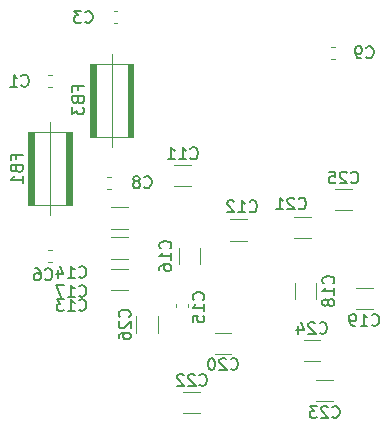
<source format=gbr>
%TF.GenerationSoftware,KiCad,Pcbnew,9.0.0*%
%TF.CreationDate,2025-03-16T19:50:11+02:00*%
%TF.ProjectId,TVP5147M1_decoder,54565035-3134-4374-9d31-5f6465636f64,rev?*%
%TF.SameCoordinates,Original*%
%TF.FileFunction,Legend,Bot*%
%TF.FilePolarity,Positive*%
%FSLAX46Y46*%
G04 Gerber Fmt 4.6, Leading zero omitted, Abs format (unit mm)*
G04 Created by KiCad (PCBNEW 9.0.0) date 2025-03-16 19:50:11*
%MOMM*%
%LPD*%
G01*
G04 APERTURE LIST*
%ADD10C,0.150000*%
%ADD11C,0.120000*%
%ADD12C,0.100000*%
G04 APERTURE END LIST*
D10*
X129642857Y-85159580D02*
X129690476Y-85207200D01*
X129690476Y-85207200D02*
X129833333Y-85254819D01*
X129833333Y-85254819D02*
X129928571Y-85254819D01*
X129928571Y-85254819D02*
X130071428Y-85207200D01*
X130071428Y-85207200D02*
X130166666Y-85111961D01*
X130166666Y-85111961D02*
X130214285Y-85016723D01*
X130214285Y-85016723D02*
X130261904Y-84826247D01*
X130261904Y-84826247D02*
X130261904Y-84683390D01*
X130261904Y-84683390D02*
X130214285Y-84492914D01*
X130214285Y-84492914D02*
X130166666Y-84397676D01*
X130166666Y-84397676D02*
X130071428Y-84302438D01*
X130071428Y-84302438D02*
X129928571Y-84254819D01*
X129928571Y-84254819D02*
X129833333Y-84254819D01*
X129833333Y-84254819D02*
X129690476Y-84302438D01*
X129690476Y-84302438D02*
X129642857Y-84350057D01*
X129261904Y-84350057D02*
X129214285Y-84302438D01*
X129214285Y-84302438D02*
X129119047Y-84254819D01*
X129119047Y-84254819D02*
X128880952Y-84254819D01*
X128880952Y-84254819D02*
X128785714Y-84302438D01*
X128785714Y-84302438D02*
X128738095Y-84350057D01*
X128738095Y-84350057D02*
X128690476Y-84445295D01*
X128690476Y-84445295D02*
X128690476Y-84540533D01*
X128690476Y-84540533D02*
X128738095Y-84683390D01*
X128738095Y-84683390D02*
X129309523Y-85254819D01*
X129309523Y-85254819D02*
X128690476Y-85254819D01*
X127738095Y-85254819D02*
X128309523Y-85254819D01*
X128023809Y-85254819D02*
X128023809Y-84254819D01*
X128023809Y-84254819D02*
X128119047Y-84397676D01*
X128119047Y-84397676D02*
X128214285Y-84492914D01*
X128214285Y-84492914D02*
X128309523Y-84540533D01*
X106166666Y-74759580D02*
X106214285Y-74807200D01*
X106214285Y-74807200D02*
X106357142Y-74854819D01*
X106357142Y-74854819D02*
X106452380Y-74854819D01*
X106452380Y-74854819D02*
X106595237Y-74807200D01*
X106595237Y-74807200D02*
X106690475Y-74711961D01*
X106690475Y-74711961D02*
X106738094Y-74616723D01*
X106738094Y-74616723D02*
X106785713Y-74426247D01*
X106785713Y-74426247D02*
X106785713Y-74283390D01*
X106785713Y-74283390D02*
X106738094Y-74092914D01*
X106738094Y-74092914D02*
X106690475Y-73997676D01*
X106690475Y-73997676D02*
X106595237Y-73902438D01*
X106595237Y-73902438D02*
X106452380Y-73854819D01*
X106452380Y-73854819D02*
X106357142Y-73854819D01*
X106357142Y-73854819D02*
X106214285Y-73902438D01*
X106214285Y-73902438D02*
X106166666Y-73950057D01*
X105214285Y-74854819D02*
X105785713Y-74854819D01*
X105499999Y-74854819D02*
X105499999Y-73854819D01*
X105499999Y-73854819D02*
X105595237Y-73997676D01*
X105595237Y-73997676D02*
X105690475Y-74092914D01*
X105690475Y-74092914D02*
X105785713Y-74140533D01*
X123880357Y-98759580D02*
X123927976Y-98807200D01*
X123927976Y-98807200D02*
X124070833Y-98854819D01*
X124070833Y-98854819D02*
X124166071Y-98854819D01*
X124166071Y-98854819D02*
X124308928Y-98807200D01*
X124308928Y-98807200D02*
X124404166Y-98711961D01*
X124404166Y-98711961D02*
X124451785Y-98616723D01*
X124451785Y-98616723D02*
X124499404Y-98426247D01*
X124499404Y-98426247D02*
X124499404Y-98283390D01*
X124499404Y-98283390D02*
X124451785Y-98092914D01*
X124451785Y-98092914D02*
X124404166Y-97997676D01*
X124404166Y-97997676D02*
X124308928Y-97902438D01*
X124308928Y-97902438D02*
X124166071Y-97854819D01*
X124166071Y-97854819D02*
X124070833Y-97854819D01*
X124070833Y-97854819D02*
X123927976Y-97902438D01*
X123927976Y-97902438D02*
X123880357Y-97950057D01*
X123499404Y-97950057D02*
X123451785Y-97902438D01*
X123451785Y-97902438D02*
X123356547Y-97854819D01*
X123356547Y-97854819D02*
X123118452Y-97854819D01*
X123118452Y-97854819D02*
X123023214Y-97902438D01*
X123023214Y-97902438D02*
X122975595Y-97950057D01*
X122975595Y-97950057D02*
X122927976Y-98045295D01*
X122927976Y-98045295D02*
X122927976Y-98140533D01*
X122927976Y-98140533D02*
X122975595Y-98283390D01*
X122975595Y-98283390D02*
X123547023Y-98854819D01*
X123547023Y-98854819D02*
X122927976Y-98854819D01*
X122308928Y-97854819D02*
X122213690Y-97854819D01*
X122213690Y-97854819D02*
X122118452Y-97902438D01*
X122118452Y-97902438D02*
X122070833Y-97950057D01*
X122070833Y-97950057D02*
X122023214Y-98045295D01*
X122023214Y-98045295D02*
X121975595Y-98235771D01*
X121975595Y-98235771D02*
X121975595Y-98473866D01*
X121975595Y-98473866D02*
X122023214Y-98664342D01*
X122023214Y-98664342D02*
X122070833Y-98759580D01*
X122070833Y-98759580D02*
X122118452Y-98807200D01*
X122118452Y-98807200D02*
X122213690Y-98854819D01*
X122213690Y-98854819D02*
X122308928Y-98854819D01*
X122308928Y-98854819D02*
X122404166Y-98807200D01*
X122404166Y-98807200D02*
X122451785Y-98759580D01*
X122451785Y-98759580D02*
X122499404Y-98664342D01*
X122499404Y-98664342D02*
X122547023Y-98473866D01*
X122547023Y-98473866D02*
X122547023Y-98235771D01*
X122547023Y-98235771D02*
X122499404Y-98045295D01*
X122499404Y-98045295D02*
X122451785Y-97950057D01*
X122451785Y-97950057D02*
X122404166Y-97902438D01*
X122404166Y-97902438D02*
X122308928Y-97854819D01*
X111042857Y-93759580D02*
X111090476Y-93807200D01*
X111090476Y-93807200D02*
X111233333Y-93854819D01*
X111233333Y-93854819D02*
X111328571Y-93854819D01*
X111328571Y-93854819D02*
X111471428Y-93807200D01*
X111471428Y-93807200D02*
X111566666Y-93711961D01*
X111566666Y-93711961D02*
X111614285Y-93616723D01*
X111614285Y-93616723D02*
X111661904Y-93426247D01*
X111661904Y-93426247D02*
X111661904Y-93283390D01*
X111661904Y-93283390D02*
X111614285Y-93092914D01*
X111614285Y-93092914D02*
X111566666Y-92997676D01*
X111566666Y-92997676D02*
X111471428Y-92902438D01*
X111471428Y-92902438D02*
X111328571Y-92854819D01*
X111328571Y-92854819D02*
X111233333Y-92854819D01*
X111233333Y-92854819D02*
X111090476Y-92902438D01*
X111090476Y-92902438D02*
X111042857Y-92950057D01*
X110090476Y-93854819D02*
X110661904Y-93854819D01*
X110376190Y-93854819D02*
X110376190Y-92854819D01*
X110376190Y-92854819D02*
X110471428Y-92997676D01*
X110471428Y-92997676D02*
X110566666Y-93092914D01*
X110566666Y-93092914D02*
X110661904Y-93140533D01*
X109757142Y-92854819D02*
X109138095Y-92854819D01*
X109138095Y-92854819D02*
X109471428Y-93235771D01*
X109471428Y-93235771D02*
X109328571Y-93235771D01*
X109328571Y-93235771D02*
X109233333Y-93283390D01*
X109233333Y-93283390D02*
X109185714Y-93331009D01*
X109185714Y-93331009D02*
X109138095Y-93426247D01*
X109138095Y-93426247D02*
X109138095Y-93664342D01*
X109138095Y-93664342D02*
X109185714Y-93759580D01*
X109185714Y-93759580D02*
X109233333Y-93807200D01*
X109233333Y-93807200D02*
X109328571Y-93854819D01*
X109328571Y-93854819D02*
X109614285Y-93854819D01*
X109614285Y-93854819D02*
X109709523Y-93807200D01*
X109709523Y-93807200D02*
X109757142Y-93759580D01*
X134080357Y-82959580D02*
X134127976Y-83007200D01*
X134127976Y-83007200D02*
X134270833Y-83054819D01*
X134270833Y-83054819D02*
X134366071Y-83054819D01*
X134366071Y-83054819D02*
X134508928Y-83007200D01*
X134508928Y-83007200D02*
X134604166Y-82911961D01*
X134604166Y-82911961D02*
X134651785Y-82816723D01*
X134651785Y-82816723D02*
X134699404Y-82626247D01*
X134699404Y-82626247D02*
X134699404Y-82483390D01*
X134699404Y-82483390D02*
X134651785Y-82292914D01*
X134651785Y-82292914D02*
X134604166Y-82197676D01*
X134604166Y-82197676D02*
X134508928Y-82102438D01*
X134508928Y-82102438D02*
X134366071Y-82054819D01*
X134366071Y-82054819D02*
X134270833Y-82054819D01*
X134270833Y-82054819D02*
X134127976Y-82102438D01*
X134127976Y-82102438D02*
X134080357Y-82150057D01*
X133699404Y-82150057D02*
X133651785Y-82102438D01*
X133651785Y-82102438D02*
X133556547Y-82054819D01*
X133556547Y-82054819D02*
X133318452Y-82054819D01*
X133318452Y-82054819D02*
X133223214Y-82102438D01*
X133223214Y-82102438D02*
X133175595Y-82150057D01*
X133175595Y-82150057D02*
X133127976Y-82245295D01*
X133127976Y-82245295D02*
X133127976Y-82340533D01*
X133127976Y-82340533D02*
X133175595Y-82483390D01*
X133175595Y-82483390D02*
X133747023Y-83054819D01*
X133747023Y-83054819D02*
X133127976Y-83054819D01*
X132223214Y-82054819D02*
X132699404Y-82054819D01*
X132699404Y-82054819D02*
X132747023Y-82531009D01*
X132747023Y-82531009D02*
X132699404Y-82483390D01*
X132699404Y-82483390D02*
X132604166Y-82435771D01*
X132604166Y-82435771D02*
X132366071Y-82435771D01*
X132366071Y-82435771D02*
X132270833Y-82483390D01*
X132270833Y-82483390D02*
X132223214Y-82531009D01*
X132223214Y-82531009D02*
X132175595Y-82626247D01*
X132175595Y-82626247D02*
X132175595Y-82864342D01*
X132175595Y-82864342D02*
X132223214Y-82959580D01*
X132223214Y-82959580D02*
X132270833Y-83007200D01*
X132270833Y-83007200D02*
X132366071Y-83054819D01*
X132366071Y-83054819D02*
X132604166Y-83054819D01*
X132604166Y-83054819D02*
X132699404Y-83007200D01*
X132699404Y-83007200D02*
X132747023Y-82959580D01*
X111566666Y-69359580D02*
X111614285Y-69407200D01*
X111614285Y-69407200D02*
X111757142Y-69454819D01*
X111757142Y-69454819D02*
X111852380Y-69454819D01*
X111852380Y-69454819D02*
X111995237Y-69407200D01*
X111995237Y-69407200D02*
X112090475Y-69311961D01*
X112090475Y-69311961D02*
X112138094Y-69216723D01*
X112138094Y-69216723D02*
X112185713Y-69026247D01*
X112185713Y-69026247D02*
X112185713Y-68883390D01*
X112185713Y-68883390D02*
X112138094Y-68692914D01*
X112138094Y-68692914D02*
X112090475Y-68597676D01*
X112090475Y-68597676D02*
X111995237Y-68502438D01*
X111995237Y-68502438D02*
X111852380Y-68454819D01*
X111852380Y-68454819D02*
X111757142Y-68454819D01*
X111757142Y-68454819D02*
X111614285Y-68502438D01*
X111614285Y-68502438D02*
X111566666Y-68550057D01*
X111233332Y-68454819D02*
X110614285Y-68454819D01*
X110614285Y-68454819D02*
X110947618Y-68835771D01*
X110947618Y-68835771D02*
X110804761Y-68835771D01*
X110804761Y-68835771D02*
X110709523Y-68883390D01*
X110709523Y-68883390D02*
X110661904Y-68931009D01*
X110661904Y-68931009D02*
X110614285Y-69026247D01*
X110614285Y-69026247D02*
X110614285Y-69264342D01*
X110614285Y-69264342D02*
X110661904Y-69359580D01*
X110661904Y-69359580D02*
X110709523Y-69407200D01*
X110709523Y-69407200D02*
X110804761Y-69454819D01*
X110804761Y-69454819D02*
X111090475Y-69454819D01*
X111090475Y-69454819D02*
X111185713Y-69407200D01*
X111185713Y-69407200D02*
X111233332Y-69359580D01*
X110937009Y-75166666D02*
X110937009Y-74833333D01*
X111460819Y-74833333D02*
X110460819Y-74833333D01*
X110460819Y-74833333D02*
X110460819Y-75309523D01*
X110937009Y-76023809D02*
X110984628Y-76166666D01*
X110984628Y-76166666D02*
X111032247Y-76214285D01*
X111032247Y-76214285D02*
X111127485Y-76261904D01*
X111127485Y-76261904D02*
X111270342Y-76261904D01*
X111270342Y-76261904D02*
X111365580Y-76214285D01*
X111365580Y-76214285D02*
X111413200Y-76166666D01*
X111413200Y-76166666D02*
X111460819Y-76071428D01*
X111460819Y-76071428D02*
X111460819Y-75690476D01*
X111460819Y-75690476D02*
X110460819Y-75690476D01*
X110460819Y-75690476D02*
X110460819Y-76023809D01*
X110460819Y-76023809D02*
X110508438Y-76119047D01*
X110508438Y-76119047D02*
X110556057Y-76166666D01*
X110556057Y-76166666D02*
X110651295Y-76214285D01*
X110651295Y-76214285D02*
X110746533Y-76214285D01*
X110746533Y-76214285D02*
X110841771Y-76166666D01*
X110841771Y-76166666D02*
X110889390Y-76119047D01*
X110889390Y-76119047D02*
X110937009Y-76023809D01*
X110937009Y-76023809D02*
X110937009Y-75690476D01*
X110460819Y-76595238D02*
X110460819Y-77214285D01*
X110460819Y-77214285D02*
X110841771Y-76880952D01*
X110841771Y-76880952D02*
X110841771Y-77023809D01*
X110841771Y-77023809D02*
X110889390Y-77119047D01*
X110889390Y-77119047D02*
X110937009Y-77166666D01*
X110937009Y-77166666D02*
X111032247Y-77214285D01*
X111032247Y-77214285D02*
X111270342Y-77214285D01*
X111270342Y-77214285D02*
X111365580Y-77166666D01*
X111365580Y-77166666D02*
X111413200Y-77119047D01*
X111413200Y-77119047D02*
X111460819Y-77023809D01*
X111460819Y-77023809D02*
X111460819Y-76738095D01*
X111460819Y-76738095D02*
X111413200Y-76642857D01*
X111413200Y-76642857D02*
X111365580Y-76595238D01*
X115309580Y-94357142D02*
X115357200Y-94309523D01*
X115357200Y-94309523D02*
X115404819Y-94166666D01*
X115404819Y-94166666D02*
X115404819Y-94071428D01*
X115404819Y-94071428D02*
X115357200Y-93928571D01*
X115357200Y-93928571D02*
X115261961Y-93833333D01*
X115261961Y-93833333D02*
X115166723Y-93785714D01*
X115166723Y-93785714D02*
X114976247Y-93738095D01*
X114976247Y-93738095D02*
X114833390Y-93738095D01*
X114833390Y-93738095D02*
X114642914Y-93785714D01*
X114642914Y-93785714D02*
X114547676Y-93833333D01*
X114547676Y-93833333D02*
X114452438Y-93928571D01*
X114452438Y-93928571D02*
X114404819Y-94071428D01*
X114404819Y-94071428D02*
X114404819Y-94166666D01*
X114404819Y-94166666D02*
X114452438Y-94309523D01*
X114452438Y-94309523D02*
X114500057Y-94357142D01*
X114500057Y-94738095D02*
X114452438Y-94785714D01*
X114452438Y-94785714D02*
X114404819Y-94880952D01*
X114404819Y-94880952D02*
X114404819Y-95119047D01*
X114404819Y-95119047D02*
X114452438Y-95214285D01*
X114452438Y-95214285D02*
X114500057Y-95261904D01*
X114500057Y-95261904D02*
X114595295Y-95309523D01*
X114595295Y-95309523D02*
X114690533Y-95309523D01*
X114690533Y-95309523D02*
X114833390Y-95261904D01*
X114833390Y-95261904D02*
X115404819Y-94690476D01*
X115404819Y-94690476D02*
X115404819Y-95309523D01*
X114404819Y-96166666D02*
X114404819Y-95976190D01*
X114404819Y-95976190D02*
X114452438Y-95880952D01*
X114452438Y-95880952D02*
X114500057Y-95833333D01*
X114500057Y-95833333D02*
X114642914Y-95738095D01*
X114642914Y-95738095D02*
X114833390Y-95690476D01*
X114833390Y-95690476D02*
X115214342Y-95690476D01*
X115214342Y-95690476D02*
X115309580Y-95738095D01*
X115309580Y-95738095D02*
X115357200Y-95785714D01*
X115357200Y-95785714D02*
X115404819Y-95880952D01*
X115404819Y-95880952D02*
X115404819Y-96071428D01*
X115404819Y-96071428D02*
X115357200Y-96166666D01*
X115357200Y-96166666D02*
X115309580Y-96214285D01*
X115309580Y-96214285D02*
X115214342Y-96261904D01*
X115214342Y-96261904D02*
X114976247Y-96261904D01*
X114976247Y-96261904D02*
X114881009Y-96214285D01*
X114881009Y-96214285D02*
X114833390Y-96166666D01*
X114833390Y-96166666D02*
X114785771Y-96071428D01*
X114785771Y-96071428D02*
X114785771Y-95880952D01*
X114785771Y-95880952D02*
X114833390Y-95785714D01*
X114833390Y-95785714D02*
X114881009Y-95738095D01*
X114881009Y-95738095D02*
X114976247Y-95690476D01*
X120480357Y-80909580D02*
X120527976Y-80957200D01*
X120527976Y-80957200D02*
X120670833Y-81004819D01*
X120670833Y-81004819D02*
X120766071Y-81004819D01*
X120766071Y-81004819D02*
X120908928Y-80957200D01*
X120908928Y-80957200D02*
X121004166Y-80861961D01*
X121004166Y-80861961D02*
X121051785Y-80766723D01*
X121051785Y-80766723D02*
X121099404Y-80576247D01*
X121099404Y-80576247D02*
X121099404Y-80433390D01*
X121099404Y-80433390D02*
X121051785Y-80242914D01*
X121051785Y-80242914D02*
X121004166Y-80147676D01*
X121004166Y-80147676D02*
X120908928Y-80052438D01*
X120908928Y-80052438D02*
X120766071Y-80004819D01*
X120766071Y-80004819D02*
X120670833Y-80004819D01*
X120670833Y-80004819D02*
X120527976Y-80052438D01*
X120527976Y-80052438D02*
X120480357Y-80100057D01*
X119527976Y-81004819D02*
X120099404Y-81004819D01*
X119813690Y-81004819D02*
X119813690Y-80004819D01*
X119813690Y-80004819D02*
X119908928Y-80147676D01*
X119908928Y-80147676D02*
X120004166Y-80242914D01*
X120004166Y-80242914D02*
X120099404Y-80290533D01*
X118575595Y-81004819D02*
X119147023Y-81004819D01*
X118861309Y-81004819D02*
X118861309Y-80004819D01*
X118861309Y-80004819D02*
X118956547Y-80147676D01*
X118956547Y-80147676D02*
X119051785Y-80242914D01*
X119051785Y-80242914D02*
X119147023Y-80290533D01*
X108166666Y-91159580D02*
X108214285Y-91207200D01*
X108214285Y-91207200D02*
X108357142Y-91254819D01*
X108357142Y-91254819D02*
X108452380Y-91254819D01*
X108452380Y-91254819D02*
X108595237Y-91207200D01*
X108595237Y-91207200D02*
X108690475Y-91111961D01*
X108690475Y-91111961D02*
X108738094Y-91016723D01*
X108738094Y-91016723D02*
X108785713Y-90826247D01*
X108785713Y-90826247D02*
X108785713Y-90683390D01*
X108785713Y-90683390D02*
X108738094Y-90492914D01*
X108738094Y-90492914D02*
X108690475Y-90397676D01*
X108690475Y-90397676D02*
X108595237Y-90302438D01*
X108595237Y-90302438D02*
X108452380Y-90254819D01*
X108452380Y-90254819D02*
X108357142Y-90254819D01*
X108357142Y-90254819D02*
X108214285Y-90302438D01*
X108214285Y-90302438D02*
X108166666Y-90350057D01*
X107309523Y-90254819D02*
X107499999Y-90254819D01*
X107499999Y-90254819D02*
X107595237Y-90302438D01*
X107595237Y-90302438D02*
X107642856Y-90350057D01*
X107642856Y-90350057D02*
X107738094Y-90492914D01*
X107738094Y-90492914D02*
X107785713Y-90683390D01*
X107785713Y-90683390D02*
X107785713Y-91064342D01*
X107785713Y-91064342D02*
X107738094Y-91159580D01*
X107738094Y-91159580D02*
X107690475Y-91207200D01*
X107690475Y-91207200D02*
X107595237Y-91254819D01*
X107595237Y-91254819D02*
X107404761Y-91254819D01*
X107404761Y-91254819D02*
X107309523Y-91207200D01*
X107309523Y-91207200D02*
X107261904Y-91159580D01*
X107261904Y-91159580D02*
X107214285Y-91064342D01*
X107214285Y-91064342D02*
X107214285Y-90826247D01*
X107214285Y-90826247D02*
X107261904Y-90731009D01*
X107261904Y-90731009D02*
X107309523Y-90683390D01*
X107309523Y-90683390D02*
X107404761Y-90635771D01*
X107404761Y-90635771D02*
X107595237Y-90635771D01*
X107595237Y-90635771D02*
X107690475Y-90683390D01*
X107690475Y-90683390D02*
X107738094Y-90731009D01*
X107738094Y-90731009D02*
X107785713Y-90826247D01*
X116566666Y-83359580D02*
X116614285Y-83407200D01*
X116614285Y-83407200D02*
X116757142Y-83454819D01*
X116757142Y-83454819D02*
X116852380Y-83454819D01*
X116852380Y-83454819D02*
X116995237Y-83407200D01*
X116995237Y-83407200D02*
X117090475Y-83311961D01*
X117090475Y-83311961D02*
X117138094Y-83216723D01*
X117138094Y-83216723D02*
X117185713Y-83026247D01*
X117185713Y-83026247D02*
X117185713Y-82883390D01*
X117185713Y-82883390D02*
X117138094Y-82692914D01*
X117138094Y-82692914D02*
X117090475Y-82597676D01*
X117090475Y-82597676D02*
X116995237Y-82502438D01*
X116995237Y-82502438D02*
X116852380Y-82454819D01*
X116852380Y-82454819D02*
X116757142Y-82454819D01*
X116757142Y-82454819D02*
X116614285Y-82502438D01*
X116614285Y-82502438D02*
X116566666Y-82550057D01*
X115995237Y-82883390D02*
X116090475Y-82835771D01*
X116090475Y-82835771D02*
X116138094Y-82788152D01*
X116138094Y-82788152D02*
X116185713Y-82692914D01*
X116185713Y-82692914D02*
X116185713Y-82645295D01*
X116185713Y-82645295D02*
X116138094Y-82550057D01*
X116138094Y-82550057D02*
X116090475Y-82502438D01*
X116090475Y-82502438D02*
X115995237Y-82454819D01*
X115995237Y-82454819D02*
X115804761Y-82454819D01*
X115804761Y-82454819D02*
X115709523Y-82502438D01*
X115709523Y-82502438D02*
X115661904Y-82550057D01*
X115661904Y-82550057D02*
X115614285Y-82645295D01*
X115614285Y-82645295D02*
X115614285Y-82692914D01*
X115614285Y-82692914D02*
X115661904Y-82788152D01*
X115661904Y-82788152D02*
X115709523Y-82835771D01*
X115709523Y-82835771D02*
X115804761Y-82883390D01*
X115804761Y-82883390D02*
X115995237Y-82883390D01*
X115995237Y-82883390D02*
X116090475Y-82931009D01*
X116090475Y-82931009D02*
X116138094Y-82978628D01*
X116138094Y-82978628D02*
X116185713Y-83073866D01*
X116185713Y-83073866D02*
X116185713Y-83264342D01*
X116185713Y-83264342D02*
X116138094Y-83359580D01*
X116138094Y-83359580D02*
X116090475Y-83407200D01*
X116090475Y-83407200D02*
X115995237Y-83454819D01*
X115995237Y-83454819D02*
X115804761Y-83454819D01*
X115804761Y-83454819D02*
X115709523Y-83407200D01*
X115709523Y-83407200D02*
X115661904Y-83359580D01*
X115661904Y-83359580D02*
X115614285Y-83264342D01*
X115614285Y-83264342D02*
X115614285Y-83073866D01*
X115614285Y-83073866D02*
X115661904Y-82978628D01*
X115661904Y-82978628D02*
X115709523Y-82931009D01*
X115709523Y-82931009D02*
X115804761Y-82883390D01*
X111042857Y-92559580D02*
X111090476Y-92607200D01*
X111090476Y-92607200D02*
X111233333Y-92654819D01*
X111233333Y-92654819D02*
X111328571Y-92654819D01*
X111328571Y-92654819D02*
X111471428Y-92607200D01*
X111471428Y-92607200D02*
X111566666Y-92511961D01*
X111566666Y-92511961D02*
X111614285Y-92416723D01*
X111614285Y-92416723D02*
X111661904Y-92226247D01*
X111661904Y-92226247D02*
X111661904Y-92083390D01*
X111661904Y-92083390D02*
X111614285Y-91892914D01*
X111614285Y-91892914D02*
X111566666Y-91797676D01*
X111566666Y-91797676D02*
X111471428Y-91702438D01*
X111471428Y-91702438D02*
X111328571Y-91654819D01*
X111328571Y-91654819D02*
X111233333Y-91654819D01*
X111233333Y-91654819D02*
X111090476Y-91702438D01*
X111090476Y-91702438D02*
X111042857Y-91750057D01*
X110090476Y-92654819D02*
X110661904Y-92654819D01*
X110376190Y-92654819D02*
X110376190Y-91654819D01*
X110376190Y-91654819D02*
X110471428Y-91797676D01*
X110471428Y-91797676D02*
X110566666Y-91892914D01*
X110566666Y-91892914D02*
X110661904Y-91940533D01*
X109757142Y-91654819D02*
X109090476Y-91654819D01*
X109090476Y-91654819D02*
X109519047Y-92654819D01*
X132559580Y-91519642D02*
X132607200Y-91472023D01*
X132607200Y-91472023D02*
X132654819Y-91329166D01*
X132654819Y-91329166D02*
X132654819Y-91233928D01*
X132654819Y-91233928D02*
X132607200Y-91091071D01*
X132607200Y-91091071D02*
X132511961Y-90995833D01*
X132511961Y-90995833D02*
X132416723Y-90948214D01*
X132416723Y-90948214D02*
X132226247Y-90900595D01*
X132226247Y-90900595D02*
X132083390Y-90900595D01*
X132083390Y-90900595D02*
X131892914Y-90948214D01*
X131892914Y-90948214D02*
X131797676Y-90995833D01*
X131797676Y-90995833D02*
X131702438Y-91091071D01*
X131702438Y-91091071D02*
X131654819Y-91233928D01*
X131654819Y-91233928D02*
X131654819Y-91329166D01*
X131654819Y-91329166D02*
X131702438Y-91472023D01*
X131702438Y-91472023D02*
X131750057Y-91519642D01*
X132654819Y-92472023D02*
X132654819Y-91900595D01*
X132654819Y-92186309D02*
X131654819Y-92186309D01*
X131654819Y-92186309D02*
X131797676Y-92091071D01*
X131797676Y-92091071D02*
X131892914Y-91995833D01*
X131892914Y-91995833D02*
X131940533Y-91900595D01*
X132083390Y-93043452D02*
X132035771Y-92948214D01*
X132035771Y-92948214D02*
X131988152Y-92900595D01*
X131988152Y-92900595D02*
X131892914Y-92852976D01*
X131892914Y-92852976D02*
X131845295Y-92852976D01*
X131845295Y-92852976D02*
X131750057Y-92900595D01*
X131750057Y-92900595D02*
X131702438Y-92948214D01*
X131702438Y-92948214D02*
X131654819Y-93043452D01*
X131654819Y-93043452D02*
X131654819Y-93233928D01*
X131654819Y-93233928D02*
X131702438Y-93329166D01*
X131702438Y-93329166D02*
X131750057Y-93376785D01*
X131750057Y-93376785D02*
X131845295Y-93424404D01*
X131845295Y-93424404D02*
X131892914Y-93424404D01*
X131892914Y-93424404D02*
X131988152Y-93376785D01*
X131988152Y-93376785D02*
X132035771Y-93329166D01*
X132035771Y-93329166D02*
X132083390Y-93233928D01*
X132083390Y-93233928D02*
X132083390Y-93043452D01*
X132083390Y-93043452D02*
X132131009Y-92948214D01*
X132131009Y-92948214D02*
X132178628Y-92900595D01*
X132178628Y-92900595D02*
X132273866Y-92852976D01*
X132273866Y-92852976D02*
X132464342Y-92852976D01*
X132464342Y-92852976D02*
X132559580Y-92900595D01*
X132559580Y-92900595D02*
X132607200Y-92948214D01*
X132607200Y-92948214D02*
X132654819Y-93043452D01*
X132654819Y-93043452D02*
X132654819Y-93233928D01*
X132654819Y-93233928D02*
X132607200Y-93329166D01*
X132607200Y-93329166D02*
X132559580Y-93376785D01*
X132559580Y-93376785D02*
X132464342Y-93424404D01*
X132464342Y-93424404D02*
X132273866Y-93424404D01*
X132273866Y-93424404D02*
X132178628Y-93376785D01*
X132178628Y-93376785D02*
X132131009Y-93329166D01*
X132131009Y-93329166D02*
X132083390Y-93233928D01*
X131405357Y-95709580D02*
X131452976Y-95757200D01*
X131452976Y-95757200D02*
X131595833Y-95804819D01*
X131595833Y-95804819D02*
X131691071Y-95804819D01*
X131691071Y-95804819D02*
X131833928Y-95757200D01*
X131833928Y-95757200D02*
X131929166Y-95661961D01*
X131929166Y-95661961D02*
X131976785Y-95566723D01*
X131976785Y-95566723D02*
X132024404Y-95376247D01*
X132024404Y-95376247D02*
X132024404Y-95233390D01*
X132024404Y-95233390D02*
X131976785Y-95042914D01*
X131976785Y-95042914D02*
X131929166Y-94947676D01*
X131929166Y-94947676D02*
X131833928Y-94852438D01*
X131833928Y-94852438D02*
X131691071Y-94804819D01*
X131691071Y-94804819D02*
X131595833Y-94804819D01*
X131595833Y-94804819D02*
X131452976Y-94852438D01*
X131452976Y-94852438D02*
X131405357Y-94900057D01*
X131024404Y-94900057D02*
X130976785Y-94852438D01*
X130976785Y-94852438D02*
X130881547Y-94804819D01*
X130881547Y-94804819D02*
X130643452Y-94804819D01*
X130643452Y-94804819D02*
X130548214Y-94852438D01*
X130548214Y-94852438D02*
X130500595Y-94900057D01*
X130500595Y-94900057D02*
X130452976Y-94995295D01*
X130452976Y-94995295D02*
X130452976Y-95090533D01*
X130452976Y-95090533D02*
X130500595Y-95233390D01*
X130500595Y-95233390D02*
X131072023Y-95804819D01*
X131072023Y-95804819D02*
X130452976Y-95804819D01*
X129595833Y-95138152D02*
X129595833Y-95804819D01*
X129833928Y-94757200D02*
X130072023Y-95471485D01*
X130072023Y-95471485D02*
X129452976Y-95471485D01*
X135842857Y-95009580D02*
X135890476Y-95057200D01*
X135890476Y-95057200D02*
X136033333Y-95104819D01*
X136033333Y-95104819D02*
X136128571Y-95104819D01*
X136128571Y-95104819D02*
X136271428Y-95057200D01*
X136271428Y-95057200D02*
X136366666Y-94961961D01*
X136366666Y-94961961D02*
X136414285Y-94866723D01*
X136414285Y-94866723D02*
X136461904Y-94676247D01*
X136461904Y-94676247D02*
X136461904Y-94533390D01*
X136461904Y-94533390D02*
X136414285Y-94342914D01*
X136414285Y-94342914D02*
X136366666Y-94247676D01*
X136366666Y-94247676D02*
X136271428Y-94152438D01*
X136271428Y-94152438D02*
X136128571Y-94104819D01*
X136128571Y-94104819D02*
X136033333Y-94104819D01*
X136033333Y-94104819D02*
X135890476Y-94152438D01*
X135890476Y-94152438D02*
X135842857Y-94200057D01*
X134890476Y-95104819D02*
X135461904Y-95104819D01*
X135176190Y-95104819D02*
X135176190Y-94104819D01*
X135176190Y-94104819D02*
X135271428Y-94247676D01*
X135271428Y-94247676D02*
X135366666Y-94342914D01*
X135366666Y-94342914D02*
X135461904Y-94390533D01*
X134414285Y-95104819D02*
X134223809Y-95104819D01*
X134223809Y-95104819D02*
X134128571Y-95057200D01*
X134128571Y-95057200D02*
X134080952Y-95009580D01*
X134080952Y-95009580D02*
X133985714Y-94866723D01*
X133985714Y-94866723D02*
X133938095Y-94676247D01*
X133938095Y-94676247D02*
X133938095Y-94295295D01*
X133938095Y-94295295D02*
X133985714Y-94200057D01*
X133985714Y-94200057D02*
X134033333Y-94152438D01*
X134033333Y-94152438D02*
X134128571Y-94104819D01*
X134128571Y-94104819D02*
X134319047Y-94104819D01*
X134319047Y-94104819D02*
X134414285Y-94152438D01*
X134414285Y-94152438D02*
X134461904Y-94200057D01*
X134461904Y-94200057D02*
X134509523Y-94295295D01*
X134509523Y-94295295D02*
X134509523Y-94533390D01*
X134509523Y-94533390D02*
X134461904Y-94628628D01*
X134461904Y-94628628D02*
X134414285Y-94676247D01*
X134414285Y-94676247D02*
X134319047Y-94723866D01*
X134319047Y-94723866D02*
X134128571Y-94723866D01*
X134128571Y-94723866D02*
X134033333Y-94676247D01*
X134033333Y-94676247D02*
X133985714Y-94628628D01*
X133985714Y-94628628D02*
X133938095Y-94533390D01*
X121242857Y-100109580D02*
X121290476Y-100157200D01*
X121290476Y-100157200D02*
X121433333Y-100204819D01*
X121433333Y-100204819D02*
X121528571Y-100204819D01*
X121528571Y-100204819D02*
X121671428Y-100157200D01*
X121671428Y-100157200D02*
X121766666Y-100061961D01*
X121766666Y-100061961D02*
X121814285Y-99966723D01*
X121814285Y-99966723D02*
X121861904Y-99776247D01*
X121861904Y-99776247D02*
X121861904Y-99633390D01*
X121861904Y-99633390D02*
X121814285Y-99442914D01*
X121814285Y-99442914D02*
X121766666Y-99347676D01*
X121766666Y-99347676D02*
X121671428Y-99252438D01*
X121671428Y-99252438D02*
X121528571Y-99204819D01*
X121528571Y-99204819D02*
X121433333Y-99204819D01*
X121433333Y-99204819D02*
X121290476Y-99252438D01*
X121290476Y-99252438D02*
X121242857Y-99300057D01*
X120861904Y-99300057D02*
X120814285Y-99252438D01*
X120814285Y-99252438D02*
X120719047Y-99204819D01*
X120719047Y-99204819D02*
X120480952Y-99204819D01*
X120480952Y-99204819D02*
X120385714Y-99252438D01*
X120385714Y-99252438D02*
X120338095Y-99300057D01*
X120338095Y-99300057D02*
X120290476Y-99395295D01*
X120290476Y-99395295D02*
X120290476Y-99490533D01*
X120290476Y-99490533D02*
X120338095Y-99633390D01*
X120338095Y-99633390D02*
X120909523Y-100204819D01*
X120909523Y-100204819D02*
X120290476Y-100204819D01*
X119909523Y-99300057D02*
X119861904Y-99252438D01*
X119861904Y-99252438D02*
X119766666Y-99204819D01*
X119766666Y-99204819D02*
X119528571Y-99204819D01*
X119528571Y-99204819D02*
X119433333Y-99252438D01*
X119433333Y-99252438D02*
X119385714Y-99300057D01*
X119385714Y-99300057D02*
X119338095Y-99395295D01*
X119338095Y-99395295D02*
X119338095Y-99490533D01*
X119338095Y-99490533D02*
X119385714Y-99633390D01*
X119385714Y-99633390D02*
X119957142Y-100204819D01*
X119957142Y-100204819D02*
X119338095Y-100204819D01*
X121559580Y-92903409D02*
X121607200Y-92855790D01*
X121607200Y-92855790D02*
X121654819Y-92712933D01*
X121654819Y-92712933D02*
X121654819Y-92617695D01*
X121654819Y-92617695D02*
X121607200Y-92474838D01*
X121607200Y-92474838D02*
X121511961Y-92379600D01*
X121511961Y-92379600D02*
X121416723Y-92331981D01*
X121416723Y-92331981D02*
X121226247Y-92284362D01*
X121226247Y-92284362D02*
X121083390Y-92284362D01*
X121083390Y-92284362D02*
X120892914Y-92331981D01*
X120892914Y-92331981D02*
X120797676Y-92379600D01*
X120797676Y-92379600D02*
X120702438Y-92474838D01*
X120702438Y-92474838D02*
X120654819Y-92617695D01*
X120654819Y-92617695D02*
X120654819Y-92712933D01*
X120654819Y-92712933D02*
X120702438Y-92855790D01*
X120702438Y-92855790D02*
X120750057Y-92903409D01*
X121654819Y-93855790D02*
X121654819Y-93284362D01*
X121654819Y-93570076D02*
X120654819Y-93570076D01*
X120654819Y-93570076D02*
X120797676Y-93474838D01*
X120797676Y-93474838D02*
X120892914Y-93379600D01*
X120892914Y-93379600D02*
X120940533Y-93284362D01*
X120654819Y-94760552D02*
X120654819Y-94284362D01*
X120654819Y-94284362D02*
X121131009Y-94236743D01*
X121131009Y-94236743D02*
X121083390Y-94284362D01*
X121083390Y-94284362D02*
X121035771Y-94379600D01*
X121035771Y-94379600D02*
X121035771Y-94617695D01*
X121035771Y-94617695D02*
X121083390Y-94712933D01*
X121083390Y-94712933D02*
X121131009Y-94760552D01*
X121131009Y-94760552D02*
X121226247Y-94808171D01*
X121226247Y-94808171D02*
X121464342Y-94808171D01*
X121464342Y-94808171D02*
X121559580Y-94760552D01*
X121559580Y-94760552D02*
X121607200Y-94712933D01*
X121607200Y-94712933D02*
X121654819Y-94617695D01*
X121654819Y-94617695D02*
X121654819Y-94379600D01*
X121654819Y-94379600D02*
X121607200Y-94284362D01*
X121607200Y-94284362D02*
X121559580Y-94236743D01*
X135366666Y-72359580D02*
X135414285Y-72407200D01*
X135414285Y-72407200D02*
X135557142Y-72454819D01*
X135557142Y-72454819D02*
X135652380Y-72454819D01*
X135652380Y-72454819D02*
X135795237Y-72407200D01*
X135795237Y-72407200D02*
X135890475Y-72311961D01*
X135890475Y-72311961D02*
X135938094Y-72216723D01*
X135938094Y-72216723D02*
X135985713Y-72026247D01*
X135985713Y-72026247D02*
X135985713Y-71883390D01*
X135985713Y-71883390D02*
X135938094Y-71692914D01*
X135938094Y-71692914D02*
X135890475Y-71597676D01*
X135890475Y-71597676D02*
X135795237Y-71502438D01*
X135795237Y-71502438D02*
X135652380Y-71454819D01*
X135652380Y-71454819D02*
X135557142Y-71454819D01*
X135557142Y-71454819D02*
X135414285Y-71502438D01*
X135414285Y-71502438D02*
X135366666Y-71550057D01*
X134890475Y-72454819D02*
X134699999Y-72454819D01*
X134699999Y-72454819D02*
X134604761Y-72407200D01*
X134604761Y-72407200D02*
X134557142Y-72359580D01*
X134557142Y-72359580D02*
X134461904Y-72216723D01*
X134461904Y-72216723D02*
X134414285Y-72026247D01*
X134414285Y-72026247D02*
X134414285Y-71645295D01*
X134414285Y-71645295D02*
X134461904Y-71550057D01*
X134461904Y-71550057D02*
X134509523Y-71502438D01*
X134509523Y-71502438D02*
X134604761Y-71454819D01*
X134604761Y-71454819D02*
X134795237Y-71454819D01*
X134795237Y-71454819D02*
X134890475Y-71502438D01*
X134890475Y-71502438D02*
X134938094Y-71550057D01*
X134938094Y-71550057D02*
X134985713Y-71645295D01*
X134985713Y-71645295D02*
X134985713Y-71883390D01*
X134985713Y-71883390D02*
X134938094Y-71978628D01*
X134938094Y-71978628D02*
X134890475Y-72026247D01*
X134890475Y-72026247D02*
X134795237Y-72073866D01*
X134795237Y-72073866D02*
X134604761Y-72073866D01*
X134604761Y-72073866D02*
X134509523Y-72026247D01*
X134509523Y-72026247D02*
X134461904Y-71978628D01*
X134461904Y-71978628D02*
X134414285Y-71883390D01*
X111042857Y-90959580D02*
X111090476Y-91007200D01*
X111090476Y-91007200D02*
X111233333Y-91054819D01*
X111233333Y-91054819D02*
X111328571Y-91054819D01*
X111328571Y-91054819D02*
X111471428Y-91007200D01*
X111471428Y-91007200D02*
X111566666Y-90911961D01*
X111566666Y-90911961D02*
X111614285Y-90816723D01*
X111614285Y-90816723D02*
X111661904Y-90626247D01*
X111661904Y-90626247D02*
X111661904Y-90483390D01*
X111661904Y-90483390D02*
X111614285Y-90292914D01*
X111614285Y-90292914D02*
X111566666Y-90197676D01*
X111566666Y-90197676D02*
X111471428Y-90102438D01*
X111471428Y-90102438D02*
X111328571Y-90054819D01*
X111328571Y-90054819D02*
X111233333Y-90054819D01*
X111233333Y-90054819D02*
X111090476Y-90102438D01*
X111090476Y-90102438D02*
X111042857Y-90150057D01*
X110090476Y-91054819D02*
X110661904Y-91054819D01*
X110376190Y-91054819D02*
X110376190Y-90054819D01*
X110376190Y-90054819D02*
X110471428Y-90197676D01*
X110471428Y-90197676D02*
X110566666Y-90292914D01*
X110566666Y-90292914D02*
X110661904Y-90340533D01*
X109233333Y-90388152D02*
X109233333Y-91054819D01*
X109471428Y-90007200D02*
X109709523Y-90721485D01*
X109709523Y-90721485D02*
X109090476Y-90721485D01*
X132480357Y-102809580D02*
X132527976Y-102857200D01*
X132527976Y-102857200D02*
X132670833Y-102904819D01*
X132670833Y-102904819D02*
X132766071Y-102904819D01*
X132766071Y-102904819D02*
X132908928Y-102857200D01*
X132908928Y-102857200D02*
X133004166Y-102761961D01*
X133004166Y-102761961D02*
X133051785Y-102666723D01*
X133051785Y-102666723D02*
X133099404Y-102476247D01*
X133099404Y-102476247D02*
X133099404Y-102333390D01*
X133099404Y-102333390D02*
X133051785Y-102142914D01*
X133051785Y-102142914D02*
X133004166Y-102047676D01*
X133004166Y-102047676D02*
X132908928Y-101952438D01*
X132908928Y-101952438D02*
X132766071Y-101904819D01*
X132766071Y-101904819D02*
X132670833Y-101904819D01*
X132670833Y-101904819D02*
X132527976Y-101952438D01*
X132527976Y-101952438D02*
X132480357Y-102000057D01*
X132099404Y-102000057D02*
X132051785Y-101952438D01*
X132051785Y-101952438D02*
X131956547Y-101904819D01*
X131956547Y-101904819D02*
X131718452Y-101904819D01*
X131718452Y-101904819D02*
X131623214Y-101952438D01*
X131623214Y-101952438D02*
X131575595Y-102000057D01*
X131575595Y-102000057D02*
X131527976Y-102095295D01*
X131527976Y-102095295D02*
X131527976Y-102190533D01*
X131527976Y-102190533D02*
X131575595Y-102333390D01*
X131575595Y-102333390D02*
X132147023Y-102904819D01*
X132147023Y-102904819D02*
X131527976Y-102904819D01*
X131194642Y-101904819D02*
X130575595Y-101904819D01*
X130575595Y-101904819D02*
X130908928Y-102285771D01*
X130908928Y-102285771D02*
X130766071Y-102285771D01*
X130766071Y-102285771D02*
X130670833Y-102333390D01*
X130670833Y-102333390D02*
X130623214Y-102381009D01*
X130623214Y-102381009D02*
X130575595Y-102476247D01*
X130575595Y-102476247D02*
X130575595Y-102714342D01*
X130575595Y-102714342D02*
X130623214Y-102809580D01*
X130623214Y-102809580D02*
X130670833Y-102857200D01*
X130670833Y-102857200D02*
X130766071Y-102904819D01*
X130766071Y-102904819D02*
X131051785Y-102904819D01*
X131051785Y-102904819D02*
X131147023Y-102857200D01*
X131147023Y-102857200D02*
X131194642Y-102809580D01*
X105737009Y-80966666D02*
X105737009Y-80633333D01*
X106260819Y-80633333D02*
X105260819Y-80633333D01*
X105260819Y-80633333D02*
X105260819Y-81109523D01*
X105737009Y-81823809D02*
X105784628Y-81966666D01*
X105784628Y-81966666D02*
X105832247Y-82014285D01*
X105832247Y-82014285D02*
X105927485Y-82061904D01*
X105927485Y-82061904D02*
X106070342Y-82061904D01*
X106070342Y-82061904D02*
X106165580Y-82014285D01*
X106165580Y-82014285D02*
X106213200Y-81966666D01*
X106213200Y-81966666D02*
X106260819Y-81871428D01*
X106260819Y-81871428D02*
X106260819Y-81490476D01*
X106260819Y-81490476D02*
X105260819Y-81490476D01*
X105260819Y-81490476D02*
X105260819Y-81823809D01*
X105260819Y-81823809D02*
X105308438Y-81919047D01*
X105308438Y-81919047D02*
X105356057Y-81966666D01*
X105356057Y-81966666D02*
X105451295Y-82014285D01*
X105451295Y-82014285D02*
X105546533Y-82014285D01*
X105546533Y-82014285D02*
X105641771Y-81966666D01*
X105641771Y-81966666D02*
X105689390Y-81919047D01*
X105689390Y-81919047D02*
X105737009Y-81823809D01*
X105737009Y-81823809D02*
X105737009Y-81490476D01*
X106260819Y-83014285D02*
X106260819Y-82442857D01*
X106260819Y-82728571D02*
X105260819Y-82728571D01*
X105260819Y-82728571D02*
X105403676Y-82633333D01*
X105403676Y-82633333D02*
X105498914Y-82538095D01*
X105498914Y-82538095D02*
X105546533Y-82442857D01*
X125480357Y-85397080D02*
X125527976Y-85444700D01*
X125527976Y-85444700D02*
X125670833Y-85492319D01*
X125670833Y-85492319D02*
X125766071Y-85492319D01*
X125766071Y-85492319D02*
X125908928Y-85444700D01*
X125908928Y-85444700D02*
X126004166Y-85349461D01*
X126004166Y-85349461D02*
X126051785Y-85254223D01*
X126051785Y-85254223D02*
X126099404Y-85063747D01*
X126099404Y-85063747D02*
X126099404Y-84920890D01*
X126099404Y-84920890D02*
X126051785Y-84730414D01*
X126051785Y-84730414D02*
X126004166Y-84635176D01*
X126004166Y-84635176D02*
X125908928Y-84539938D01*
X125908928Y-84539938D02*
X125766071Y-84492319D01*
X125766071Y-84492319D02*
X125670833Y-84492319D01*
X125670833Y-84492319D02*
X125527976Y-84539938D01*
X125527976Y-84539938D02*
X125480357Y-84587557D01*
X124527976Y-85492319D02*
X125099404Y-85492319D01*
X124813690Y-85492319D02*
X124813690Y-84492319D01*
X124813690Y-84492319D02*
X124908928Y-84635176D01*
X124908928Y-84635176D02*
X125004166Y-84730414D01*
X125004166Y-84730414D02*
X125099404Y-84778033D01*
X124147023Y-84587557D02*
X124099404Y-84539938D01*
X124099404Y-84539938D02*
X124004166Y-84492319D01*
X124004166Y-84492319D02*
X123766071Y-84492319D01*
X123766071Y-84492319D02*
X123670833Y-84539938D01*
X123670833Y-84539938D02*
X123623214Y-84587557D01*
X123623214Y-84587557D02*
X123575595Y-84682795D01*
X123575595Y-84682795D02*
X123575595Y-84778033D01*
X123575595Y-84778033D02*
X123623214Y-84920890D01*
X123623214Y-84920890D02*
X124194642Y-85492319D01*
X124194642Y-85492319D02*
X123575595Y-85492319D01*
X118759580Y-88557142D02*
X118807200Y-88509523D01*
X118807200Y-88509523D02*
X118854819Y-88366666D01*
X118854819Y-88366666D02*
X118854819Y-88271428D01*
X118854819Y-88271428D02*
X118807200Y-88128571D01*
X118807200Y-88128571D02*
X118711961Y-88033333D01*
X118711961Y-88033333D02*
X118616723Y-87985714D01*
X118616723Y-87985714D02*
X118426247Y-87938095D01*
X118426247Y-87938095D02*
X118283390Y-87938095D01*
X118283390Y-87938095D02*
X118092914Y-87985714D01*
X118092914Y-87985714D02*
X117997676Y-88033333D01*
X117997676Y-88033333D02*
X117902438Y-88128571D01*
X117902438Y-88128571D02*
X117854819Y-88271428D01*
X117854819Y-88271428D02*
X117854819Y-88366666D01*
X117854819Y-88366666D02*
X117902438Y-88509523D01*
X117902438Y-88509523D02*
X117950057Y-88557142D01*
X118854819Y-89509523D02*
X118854819Y-88938095D01*
X118854819Y-89223809D02*
X117854819Y-89223809D01*
X117854819Y-89223809D02*
X117997676Y-89128571D01*
X117997676Y-89128571D02*
X118092914Y-89033333D01*
X118092914Y-89033333D02*
X118140533Y-88938095D01*
X117854819Y-90366666D02*
X117854819Y-90176190D01*
X117854819Y-90176190D02*
X117902438Y-90080952D01*
X117902438Y-90080952D02*
X117950057Y-90033333D01*
X117950057Y-90033333D02*
X118092914Y-89938095D01*
X118092914Y-89938095D02*
X118283390Y-89890476D01*
X118283390Y-89890476D02*
X118664342Y-89890476D01*
X118664342Y-89890476D02*
X118759580Y-89938095D01*
X118759580Y-89938095D02*
X118807200Y-89985714D01*
X118807200Y-89985714D02*
X118854819Y-90080952D01*
X118854819Y-90080952D02*
X118854819Y-90271428D01*
X118854819Y-90271428D02*
X118807200Y-90366666D01*
X118807200Y-90366666D02*
X118759580Y-90414285D01*
X118759580Y-90414285D02*
X118664342Y-90461904D01*
X118664342Y-90461904D02*
X118426247Y-90461904D01*
X118426247Y-90461904D02*
X118331009Y-90414285D01*
X118331009Y-90414285D02*
X118283390Y-90366666D01*
X118283390Y-90366666D02*
X118235771Y-90271428D01*
X118235771Y-90271428D02*
X118235771Y-90080952D01*
X118235771Y-90080952D02*
X118283390Y-89985714D01*
X118283390Y-89985714D02*
X118331009Y-89938095D01*
X118331009Y-89938095D02*
X118426247Y-89890476D01*
D11*
%TO.C,C21*%
X129251248Y-87710000D02*
X130673752Y-87710000D01*
X129251248Y-85890000D02*
X130673752Y-85890000D01*
%TO.C,C1*%
X108453733Y-74910000D02*
X108746267Y-74910000D01*
X108453733Y-73890000D02*
X108746267Y-73890000D01*
%TO.C,C20*%
X123948752Y-97510000D02*
X122526248Y-97510000D01*
X123948752Y-95690000D02*
X122526248Y-95690000D01*
%TO.C,C13*%
X115148752Y-92110000D02*
X113726248Y-92110000D01*
X115148752Y-90290000D02*
X113726248Y-90290000D01*
%TO.C,C25*%
X132726248Y-85310000D02*
X134148752Y-85310000D01*
X132726248Y-83490000D02*
X134148752Y-83490000D01*
%TO.C,C3*%
X114283767Y-69510000D02*
X113991233Y-69510000D01*
X114283767Y-68490000D02*
X113991233Y-68490000D01*
D12*
%TO.C,FB3*%
X115650000Y-79100000D02*
X115150000Y-79100000D01*
X115150000Y-72900000D01*
X115650000Y-72900000D01*
X115650000Y-79100000D01*
G36*
X115650000Y-79100000D02*
G01*
X115150000Y-79100000D01*
X115150000Y-72900000D01*
X115650000Y-72900000D01*
X115650000Y-79100000D01*
G37*
X112450000Y-79100000D02*
X111950000Y-79100000D01*
X111950000Y-72900000D01*
X112450000Y-72900000D01*
X112450000Y-79100000D01*
G36*
X112450000Y-79100000D02*
G01*
X111950000Y-79100000D01*
X111950000Y-72900000D01*
X112450000Y-72900000D01*
X112450000Y-79100000D01*
G37*
D11*
X111950000Y-72900000D02*
X115650000Y-72900000D01*
X115650000Y-79100000D01*
X111950000Y-79100000D01*
X111950000Y-72900000D01*
X113800002Y-77613941D02*
X113800000Y-79937000D01*
X113800002Y-77613941D02*
X113800000Y-72063000D01*
%TO.C,C26*%
X117710000Y-94288748D02*
X117710000Y-95711252D01*
X115890000Y-94288748D02*
X115890000Y-95711252D01*
%TO.C,C11*%
X120548752Y-83310000D02*
X119126248Y-83310000D01*
X120548752Y-81490000D02*
X119126248Y-81490000D01*
%TO.C,C6*%
X108453733Y-89710000D02*
X108746267Y-89710000D01*
X108453733Y-88690000D02*
X108746267Y-88690000D01*
%TO.C,C8*%
X113746267Y-83510000D02*
X113453733Y-83510000D01*
X113746267Y-82490000D02*
X113453733Y-82490000D01*
%TO.C,C17*%
X115148752Y-89410000D02*
X113726248Y-89410000D01*
X115148752Y-87590000D02*
X113726248Y-87590000D01*
%TO.C,C18*%
X131110000Y-91451248D02*
X131110000Y-92873752D01*
X129290000Y-91451248D02*
X129290000Y-92873752D01*
%TO.C,C24*%
X131473752Y-98110000D02*
X130051248Y-98110000D01*
X131473752Y-96290000D02*
X130051248Y-96290000D01*
%TO.C,C19*%
X134488748Y-93710000D02*
X135911252Y-93710000D01*
X134488748Y-91890000D02*
X135911252Y-91890000D01*
%TO.C,C22*%
X121311252Y-102510000D02*
X119888748Y-102510000D01*
X121311252Y-100690000D02*
X119888748Y-100690000D01*
%TO.C,C15*%
X120310000Y-93253733D02*
X120310000Y-93546267D01*
X119290000Y-93253733D02*
X119290000Y-93546267D01*
%TO.C,C9*%
X132683767Y-72510000D02*
X132391233Y-72510000D01*
X132683767Y-71490000D02*
X132391233Y-71490000D01*
%TO.C,C14*%
X115148752Y-86910000D02*
X113726248Y-86910000D01*
X115148752Y-85090000D02*
X113726248Y-85090000D01*
%TO.C,C23*%
X131126248Y-101510000D02*
X132548752Y-101510000D01*
X131126248Y-99690000D02*
X132548752Y-99690000D01*
D12*
%TO.C,FB1*%
X110450000Y-84900000D02*
X109950000Y-84900000D01*
X109950000Y-78700000D01*
X110450000Y-78700000D01*
X110450000Y-84900000D01*
G36*
X110450000Y-84900000D02*
G01*
X109950000Y-84900000D01*
X109950000Y-78700000D01*
X110450000Y-78700000D01*
X110450000Y-84900000D01*
G37*
X107250000Y-84900000D02*
X106750000Y-84900000D01*
X106750000Y-78700000D01*
X107250000Y-78700000D01*
X107250000Y-84900000D01*
G36*
X107250000Y-84900000D02*
G01*
X106750000Y-84900000D01*
X106750000Y-78700000D01*
X107250000Y-78700000D01*
X107250000Y-84900000D01*
G37*
D11*
X106750000Y-78700000D02*
X110450000Y-78700000D01*
X110450000Y-84900000D01*
X106750000Y-84900000D01*
X106750000Y-78700000D01*
X108600002Y-83413941D02*
X108600000Y-85737000D01*
X108600002Y-83413941D02*
X108600000Y-77863000D01*
%TO.C,C12*%
X123851248Y-87910000D02*
X125273752Y-87910000D01*
X123851248Y-86090000D02*
X125273752Y-86090000D01*
%TO.C,C16*%
X121310000Y-89911252D02*
X121310000Y-88488748D01*
X119490000Y-89911252D02*
X119490000Y-88488748D01*
%TD*%
M02*

</source>
